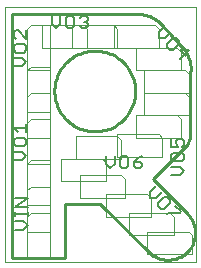
<source format=gto>
G75*
%MOIN*%
%OFA0B0*%
%FSLAX24Y24*%
%IPPOS*%
%LPD*%
%AMOC8*
5,1,8,0,0,1.08239X$1,22.5*
%
%ADD10C,0.0000*%
%ADD11C,0.0100*%
%ADD12C,0.0040*%
%ADD13C,0.0080*%
D10*
X002517Y002517D02*
X002517Y011017D01*
X008892Y011017D01*
X008892Y002517D01*
X002517Y002517D01*
D11*
X002767Y002642D02*
X004517Y002642D01*
X004517Y004454D01*
X005704Y004454D01*
X007329Y002829D01*
X007373Y002789D01*
X007420Y002753D01*
X007469Y002720D01*
X007520Y002690D01*
X007573Y002663D01*
X007628Y002640D01*
X007684Y002620D01*
X007741Y002604D01*
X007799Y002592D01*
X007858Y002584D01*
X007917Y002580D01*
X007976Y002579D01*
X008035Y002583D01*
X008094Y002590D01*
X008152Y002601D01*
X008210Y002616D01*
X008266Y002634D01*
X008321Y002657D01*
X008374Y002682D01*
X008426Y002712D01*
X008476Y002744D01*
X008523Y002780D01*
X008568Y002819D01*
X008610Y002860D01*
X008650Y002904D01*
X008686Y002951D01*
X008719Y003000D01*
X008749Y003051D01*
X008776Y003104D01*
X008799Y003159D01*
X008819Y003215D01*
X008835Y003272D01*
X008847Y003330D01*
X008855Y003389D01*
X008859Y003448D01*
X008860Y003507D01*
X008856Y003566D01*
X008849Y003625D01*
X008838Y003683D01*
X008823Y003741D01*
X008805Y003797D01*
X008782Y003852D01*
X008757Y003905D01*
X008727Y003957D01*
X008695Y004007D01*
X008659Y004054D01*
X008620Y004099D01*
X008579Y004141D01*
X008579Y004142D02*
X007454Y005267D01*
X008454Y006267D01*
X008704Y006767D02*
X008704Y008829D01*
X008392Y009704D02*
X007767Y010392D01*
X006892Y010767D02*
X002767Y010767D01*
X002767Y002642D01*
X004171Y008204D02*
X004173Y008277D01*
X004179Y008350D01*
X004189Y008422D01*
X004202Y008493D01*
X004220Y008564D01*
X004241Y008634D01*
X004267Y008702D01*
X004295Y008769D01*
X004328Y008834D01*
X004364Y008898D01*
X004403Y008959D01*
X004445Y009019D01*
X004491Y009075D01*
X004540Y009130D01*
X004591Y009181D01*
X004646Y009230D01*
X004702Y009276D01*
X004762Y009318D01*
X004823Y009357D01*
X004887Y009393D01*
X004952Y009426D01*
X005019Y009454D01*
X005087Y009480D01*
X005157Y009501D01*
X005228Y009519D01*
X005299Y009532D01*
X005371Y009542D01*
X005444Y009548D01*
X005517Y009550D01*
X005590Y009548D01*
X005663Y009542D01*
X005735Y009532D01*
X005806Y009519D01*
X005877Y009501D01*
X005947Y009480D01*
X006015Y009454D01*
X006082Y009426D01*
X006147Y009393D01*
X006211Y009357D01*
X006272Y009318D01*
X006332Y009276D01*
X006388Y009230D01*
X006443Y009181D01*
X006494Y009130D01*
X006543Y009075D01*
X006589Y009019D01*
X006631Y008959D01*
X006670Y008898D01*
X006706Y008834D01*
X006739Y008769D01*
X006767Y008702D01*
X006793Y008634D01*
X006814Y008564D01*
X006832Y008493D01*
X006845Y008422D01*
X006855Y008350D01*
X006861Y008277D01*
X006863Y008204D01*
X006861Y008131D01*
X006855Y008058D01*
X006845Y007986D01*
X006832Y007915D01*
X006814Y007844D01*
X006793Y007774D01*
X006767Y007706D01*
X006739Y007639D01*
X006706Y007574D01*
X006670Y007510D01*
X006631Y007449D01*
X006589Y007389D01*
X006543Y007333D01*
X006494Y007278D01*
X006443Y007227D01*
X006388Y007178D01*
X006332Y007132D01*
X006272Y007090D01*
X006211Y007051D01*
X006147Y007015D01*
X006082Y006982D01*
X006015Y006954D01*
X005947Y006928D01*
X005877Y006907D01*
X005806Y006889D01*
X005735Y006876D01*
X005663Y006866D01*
X005590Y006860D01*
X005517Y006858D01*
X005444Y006860D01*
X005371Y006866D01*
X005299Y006876D01*
X005228Y006889D01*
X005157Y006907D01*
X005087Y006928D01*
X005019Y006954D01*
X004952Y006982D01*
X004887Y007015D01*
X004823Y007051D01*
X004762Y007090D01*
X004702Y007132D01*
X004646Y007178D01*
X004591Y007227D01*
X004540Y007278D01*
X004491Y007333D01*
X004445Y007389D01*
X004403Y007449D01*
X004364Y007510D01*
X004328Y007574D01*
X004295Y007639D01*
X004267Y007706D01*
X004241Y007774D01*
X004220Y007844D01*
X004202Y007915D01*
X004189Y007986D01*
X004179Y008058D01*
X004173Y008131D01*
X004171Y008204D01*
X006891Y010767D02*
X006957Y010768D01*
X007023Y010765D01*
X007088Y010758D01*
X007153Y010748D01*
X007217Y010733D01*
X007280Y010715D01*
X007342Y010692D01*
X007402Y010667D01*
X007461Y010637D01*
X007517Y010604D01*
X007572Y010568D01*
X007625Y010528D01*
X007675Y010486D01*
X007722Y010440D01*
X007766Y010392D01*
X008392Y009704D02*
X008436Y009658D01*
X008478Y009609D01*
X008517Y009558D01*
X008552Y009504D01*
X008584Y009449D01*
X008613Y009392D01*
X008638Y009333D01*
X008659Y009272D01*
X008677Y009211D01*
X008691Y009148D01*
X008702Y009085D01*
X008708Y009021D01*
X008711Y008957D01*
X008710Y008893D01*
X008705Y008829D01*
X008704Y006767D02*
X008702Y006719D01*
X008696Y006671D01*
X008686Y006624D01*
X008673Y006577D01*
X008656Y006532D01*
X008637Y006488D01*
X008613Y006446D01*
X008587Y006406D01*
X008558Y006367D01*
X008526Y006331D01*
X008491Y006298D01*
X008454Y006267D01*
D12*
X008392Y006642D02*
X006892Y006642D01*
X006892Y007392D01*
X008267Y007392D01*
X008392Y007267D01*
X008392Y006642D01*
X007767Y006642D02*
X007767Y006017D01*
X006267Y006017D01*
X006267Y006767D01*
X007642Y006767D01*
X007767Y006642D01*
X007142Y007392D02*
X007142Y008142D01*
X008517Y008142D01*
X008642Y008017D01*
X008642Y007392D01*
X007142Y007392D01*
X007142Y008142D02*
X007142Y008892D01*
X008517Y008892D01*
X008642Y008767D01*
X008642Y008142D01*
X007142Y008142D01*
X006892Y008892D02*
X006892Y009642D01*
X008267Y009642D01*
X008392Y009517D01*
X008392Y008892D01*
X006892Y008892D01*
X006267Y009642D02*
X004767Y009642D01*
X004767Y010392D01*
X006142Y010392D01*
X007517Y010392D01*
X007642Y010267D01*
X007642Y009642D01*
X006142Y009642D01*
X006142Y010392D01*
X006267Y010267D01*
X006267Y009642D01*
X005267Y009642D02*
X003767Y009642D01*
X003767Y010392D01*
X005142Y010392D01*
X005267Y010267D01*
X005267Y009642D01*
X004017Y009017D02*
X004017Y007517D01*
X003267Y007517D01*
X003267Y008892D01*
X003267Y010267D01*
X003392Y010392D01*
X004017Y010392D01*
X004017Y008892D01*
X003267Y008892D01*
X003392Y009017D01*
X004017Y009017D01*
X004017Y008142D02*
X003392Y008142D01*
X003267Y008017D01*
X003267Y006642D01*
X004017Y006642D01*
X004017Y008142D01*
X004017Y007267D02*
X003392Y007267D01*
X003267Y007142D01*
X003267Y005767D01*
X004017Y005767D01*
X004017Y007267D01*
X004892Y006704D02*
X006267Y006704D01*
X006392Y006579D01*
X006392Y005954D01*
X004892Y005954D01*
X004892Y006704D01*
X004392Y005954D02*
X005767Y005954D01*
X005892Y005829D01*
X005892Y005204D01*
X004392Y005204D01*
X004392Y005954D01*
X004017Y005892D02*
X004017Y004392D01*
X003267Y004392D01*
X003267Y005767D01*
X003392Y005892D01*
X004017Y005892D01*
X004017Y005017D02*
X003392Y005017D01*
X003267Y004892D01*
X003267Y003517D01*
X004017Y003517D01*
X004017Y005017D01*
X004017Y004142D02*
X003392Y004142D01*
X003267Y004017D01*
X003267Y002642D01*
X004017Y002642D01*
X004017Y004142D01*
X005017Y004642D02*
X005017Y005392D01*
X006392Y005392D01*
X006517Y005267D01*
X006517Y004642D01*
X005017Y004642D01*
X005892Y004767D02*
X005892Y004017D01*
X007392Y004017D01*
X007392Y004642D01*
X007267Y004767D01*
X005892Y004767D01*
X006642Y004142D02*
X008017Y004142D01*
X008142Y004017D01*
X008142Y003392D01*
X006642Y003392D01*
X006642Y004142D01*
X007267Y003517D02*
X008642Y003517D01*
X008767Y003392D01*
X008767Y002767D01*
X007267Y002767D01*
X007267Y003517D01*
D13*
X007907Y004089D02*
X007956Y004138D01*
X008352Y004138D01*
X008402Y004188D01*
X008204Y004386D01*
X008027Y004464D02*
X008027Y004563D01*
X007928Y004662D01*
X007829Y004662D01*
X007631Y004464D01*
X007631Y004365D01*
X007730Y004266D01*
X007829Y004266D01*
X008027Y004464D01*
X007751Y004839D02*
X007553Y004641D01*
X007355Y004641D01*
X007355Y004839D01*
X007553Y005037D01*
X008069Y005400D02*
X008349Y005400D01*
X008489Y005541D01*
X008349Y005681D01*
X008069Y005681D01*
X008139Y005861D02*
X008419Y005861D01*
X008489Y005931D01*
X008489Y006071D01*
X008419Y006141D01*
X008139Y006141D01*
X008069Y006071D01*
X008069Y005931D01*
X008139Y005861D01*
X008069Y006321D02*
X008279Y006321D01*
X008209Y006461D01*
X008209Y006531D01*
X008279Y006602D01*
X008419Y006602D01*
X008489Y006531D01*
X008489Y006391D01*
X008419Y006321D01*
X008069Y006321D02*
X008069Y006602D01*
X007095Y006052D02*
X006955Y005982D01*
X006815Y005842D01*
X007025Y005842D01*
X007095Y005772D01*
X007095Y005702D01*
X007025Y005632D01*
X006885Y005632D01*
X006815Y005702D01*
X006815Y005842D01*
X006635Y005702D02*
X006635Y005982D01*
X006565Y006052D01*
X006425Y006052D01*
X006355Y005982D01*
X006355Y005702D01*
X006425Y005632D01*
X006565Y005632D01*
X006635Y005702D01*
X006174Y005772D02*
X006174Y006052D01*
X005894Y006052D02*
X005894Y005772D01*
X006034Y005632D01*
X006174Y005772D01*
X003239Y006041D02*
X003099Y006181D01*
X002819Y006181D01*
X002889Y006361D02*
X002819Y006431D01*
X002819Y006571D01*
X002889Y006641D01*
X003169Y006641D01*
X003239Y006571D01*
X003239Y006431D01*
X003169Y006361D01*
X002889Y006361D01*
X002959Y006821D02*
X002819Y006961D01*
X003239Y006961D01*
X003239Y006821D02*
X003239Y007102D01*
X003239Y006041D02*
X003099Y005900D01*
X002819Y005900D01*
X002856Y004629D02*
X003277Y004629D01*
X002856Y004349D01*
X003277Y004349D01*
X003277Y004182D02*
X003277Y004042D01*
X003277Y004112D02*
X002856Y004112D01*
X002856Y004042D02*
X002856Y004182D01*
X002856Y003862D02*
X003137Y003862D01*
X003277Y003722D01*
X003137Y003582D01*
X002856Y003582D01*
X002819Y009025D02*
X003099Y009025D01*
X003239Y009166D01*
X003099Y009306D01*
X002819Y009306D01*
X002889Y009486D02*
X003169Y009486D01*
X003239Y009556D01*
X003239Y009696D01*
X003169Y009766D01*
X002889Y009766D01*
X002819Y009696D01*
X002819Y009556D01*
X002889Y009486D01*
X002889Y009946D02*
X002819Y010016D01*
X002819Y010156D01*
X002889Y010227D01*
X002959Y010227D01*
X003239Y009946D01*
X003239Y010227D01*
X004088Y010434D02*
X004228Y010294D01*
X004368Y010434D01*
X004368Y010715D01*
X004548Y010644D02*
X004548Y010364D01*
X004618Y010294D01*
X004759Y010294D01*
X004829Y010364D01*
X004829Y010644D01*
X004759Y010715D01*
X004618Y010715D01*
X004548Y010644D01*
X005009Y010644D02*
X005079Y010715D01*
X005219Y010715D01*
X005289Y010644D01*
X005289Y010574D01*
X005219Y010504D01*
X005289Y010434D01*
X005289Y010364D01*
X005219Y010294D01*
X005079Y010294D01*
X005009Y010364D01*
X005149Y010504D02*
X005219Y010504D01*
X004088Y010434D02*
X004088Y010715D01*
X007654Y010159D02*
X007654Y009961D01*
X007852Y009961D01*
X008050Y010159D01*
X008128Y009982D02*
X007930Y009784D01*
X007930Y009685D01*
X008029Y009586D01*
X008128Y009586D01*
X008326Y009784D01*
X008326Y009883D01*
X008227Y009982D01*
X008128Y009982D01*
X007852Y010357D02*
X007654Y010159D01*
X008355Y009558D02*
X008553Y009360D01*
X008652Y009558D02*
X008355Y009558D01*
X008652Y009558D02*
X008355Y009260D01*
M02*

</source>
